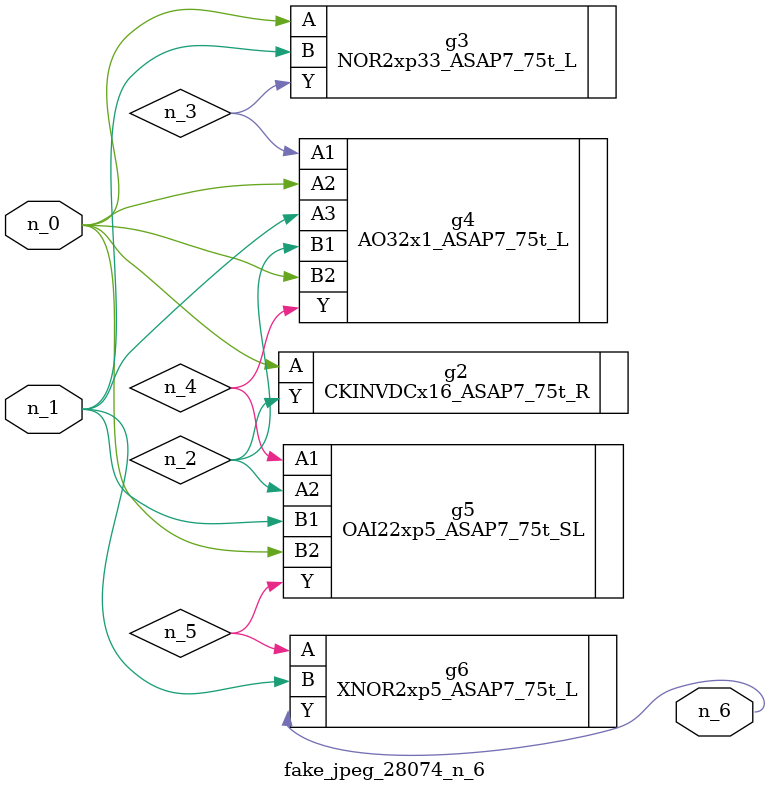
<source format=v>
module fake_jpeg_28074_n_6 (n_0, n_1, n_6);

input n_0;
input n_1;

output n_6;

wire n_2;
wire n_3;
wire n_4;
wire n_5;

CKINVDCx16_ASAP7_75t_R g2 ( 
.A(n_0),
.Y(n_2)
);

NOR2xp33_ASAP7_75t_L g3 ( 
.A(n_0),
.B(n_1),
.Y(n_3)
);

AO32x1_ASAP7_75t_L g4 ( 
.A1(n_3),
.A2(n_0),
.A3(n_1),
.B1(n_2),
.B2(n_0),
.Y(n_4)
);

OAI22xp5_ASAP7_75t_SL g5 ( 
.A1(n_4),
.A2(n_2),
.B1(n_1),
.B2(n_0),
.Y(n_5)
);

XNOR2xp5_ASAP7_75t_L g6 ( 
.A(n_5),
.B(n_1),
.Y(n_6)
);


endmodule
</source>
